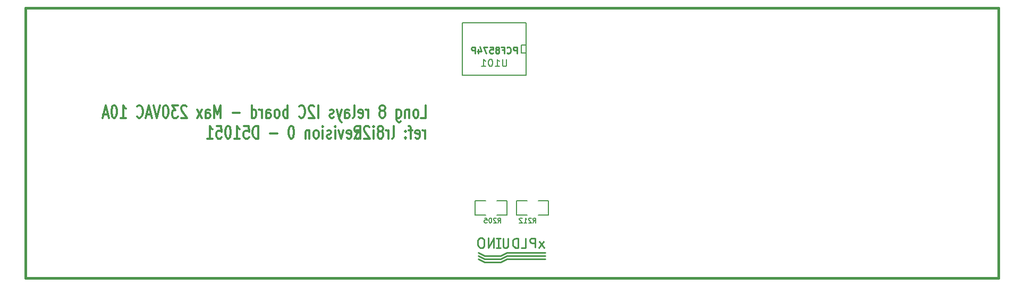
<source format=gbo>
G04 (created by PCBNEW-RS274X (2012-01-19 BZR 3256)-stable) date 15/05/2012 08:43:50*
G01*
G70*
G90*
%MOIN*%
G04 Gerber Fmt 3.4, Leading zero omitted, Abs format*
%FSLAX34Y34*%
G04 APERTURE LIST*
%ADD10C,0.006000*%
%ADD11C,0.015000*%
%ADD12C,0.009900*%
%ADD13C,0.012000*%
%ADD14C,0.005000*%
%ADD15C,0.010000*%
%ADD16C,0.008000*%
G04 APERTURE END LIST*
G54D10*
G54D11*
X12980Y-08873D02*
X12980Y-08773D01*
X74005Y-08898D02*
X74005Y-08773D01*
G54D12*
X43796Y-11632D02*
X43796Y-11238D01*
X43646Y-11238D01*
X43609Y-11257D01*
X43590Y-11276D01*
X43571Y-11314D01*
X43571Y-11370D01*
X43590Y-11407D01*
X43609Y-11426D01*
X43646Y-11445D01*
X43796Y-11445D01*
X43177Y-11595D02*
X43196Y-11614D01*
X43252Y-11632D01*
X43290Y-11632D01*
X43346Y-11614D01*
X43383Y-11576D01*
X43402Y-11539D01*
X43421Y-11464D01*
X43421Y-11407D01*
X43402Y-11332D01*
X43383Y-11295D01*
X43346Y-11257D01*
X43290Y-11238D01*
X43252Y-11238D01*
X43196Y-11257D01*
X43177Y-11276D01*
X42877Y-11426D02*
X43008Y-11426D01*
X43008Y-11632D02*
X43008Y-11238D01*
X42821Y-11238D01*
X42614Y-11407D02*
X42651Y-11389D01*
X42670Y-11370D01*
X42689Y-11332D01*
X42689Y-11314D01*
X42670Y-11276D01*
X42651Y-11257D01*
X42614Y-11238D01*
X42539Y-11238D01*
X42501Y-11257D01*
X42483Y-11276D01*
X42464Y-11314D01*
X42464Y-11332D01*
X42483Y-11370D01*
X42501Y-11389D01*
X42539Y-11407D01*
X42614Y-11407D01*
X42651Y-11426D01*
X42670Y-11445D01*
X42689Y-11482D01*
X42689Y-11557D01*
X42670Y-11595D01*
X42651Y-11614D01*
X42614Y-11632D01*
X42539Y-11632D01*
X42501Y-11614D01*
X42483Y-11595D01*
X42464Y-11557D01*
X42464Y-11482D01*
X42483Y-11445D01*
X42501Y-11426D01*
X42539Y-11407D01*
X42108Y-11238D02*
X42295Y-11238D01*
X42314Y-11426D01*
X42295Y-11407D01*
X42258Y-11389D01*
X42164Y-11389D01*
X42126Y-11407D01*
X42108Y-11426D01*
X42089Y-11464D01*
X42089Y-11557D01*
X42108Y-11595D01*
X42126Y-11614D01*
X42164Y-11632D01*
X42258Y-11632D01*
X42295Y-11614D01*
X42314Y-11595D01*
X41958Y-11238D02*
X41695Y-11238D01*
X41864Y-11632D01*
X41376Y-11370D02*
X41376Y-11632D01*
X41470Y-11220D02*
X41564Y-11501D01*
X41320Y-11501D01*
X41170Y-11632D02*
X41170Y-11238D01*
X41020Y-11238D01*
X40983Y-11257D01*
X40964Y-11276D01*
X40945Y-11314D01*
X40945Y-11370D01*
X40964Y-11407D01*
X40983Y-11426D01*
X41020Y-11445D01*
X41170Y-11445D01*
G54D13*
X38036Y-16997D02*
X38036Y-16463D01*
X38036Y-16616D02*
X38008Y-16540D01*
X37979Y-16502D01*
X37922Y-16463D01*
X37865Y-16463D01*
X37437Y-16959D02*
X37494Y-16997D01*
X37608Y-16997D01*
X37665Y-16959D01*
X37694Y-16883D01*
X37694Y-16578D01*
X37665Y-16502D01*
X37608Y-16463D01*
X37494Y-16463D01*
X37437Y-16502D01*
X37408Y-16578D01*
X37408Y-16654D01*
X37694Y-16730D01*
X37237Y-16463D02*
X37008Y-16463D01*
X37151Y-16997D02*
X37151Y-16311D01*
X37123Y-16235D01*
X37065Y-16197D01*
X37008Y-16197D01*
X36808Y-16921D02*
X36780Y-16959D01*
X36808Y-16997D01*
X36837Y-16959D01*
X36808Y-16921D01*
X36808Y-16997D01*
X36808Y-16502D02*
X36780Y-16540D01*
X36808Y-16578D01*
X36837Y-16540D01*
X36808Y-16502D01*
X36808Y-16578D01*
X35979Y-16997D02*
X36037Y-16959D01*
X36065Y-16883D01*
X36065Y-16197D01*
X35751Y-16997D02*
X35751Y-16463D01*
X35751Y-16616D02*
X35723Y-16540D01*
X35694Y-16502D01*
X35637Y-16463D01*
X35580Y-16463D01*
X35294Y-16540D02*
X35352Y-16502D01*
X35380Y-16463D01*
X35409Y-16387D01*
X35409Y-16349D01*
X35380Y-16273D01*
X35352Y-16235D01*
X35294Y-16197D01*
X35180Y-16197D01*
X35123Y-16235D01*
X35094Y-16273D01*
X35066Y-16349D01*
X35066Y-16387D01*
X35094Y-16463D01*
X35123Y-16502D01*
X35180Y-16540D01*
X35294Y-16540D01*
X35352Y-16578D01*
X35380Y-16616D01*
X35409Y-16692D01*
X35409Y-16844D01*
X35380Y-16921D01*
X35352Y-16959D01*
X35294Y-16997D01*
X35180Y-16997D01*
X35123Y-16959D01*
X35094Y-16921D01*
X35066Y-16844D01*
X35066Y-16692D01*
X35094Y-16616D01*
X35123Y-16578D01*
X35180Y-16540D01*
X34809Y-16997D02*
X34809Y-16463D01*
X34809Y-16197D02*
X34838Y-16235D01*
X34809Y-16273D01*
X34781Y-16235D01*
X34809Y-16197D01*
X34809Y-16273D01*
X34552Y-16273D02*
X34523Y-16235D01*
X34466Y-16197D01*
X34323Y-16197D01*
X34266Y-16235D01*
X34237Y-16273D01*
X34209Y-16349D01*
X34209Y-16425D01*
X34237Y-16540D01*
X34580Y-16997D01*
X34209Y-16997D01*
X33695Y-16959D02*
X33752Y-16997D01*
X33866Y-16997D01*
X33924Y-16959D01*
X33952Y-16921D01*
X33981Y-16844D01*
X33981Y-16616D01*
X33952Y-16540D01*
X33924Y-16502D01*
X33866Y-16463D01*
X33752Y-16463D01*
X33695Y-16502D01*
X33621Y-16997D02*
X33821Y-16616D01*
X33964Y-16997D02*
X33964Y-16197D01*
X33736Y-16197D01*
X33678Y-16235D01*
X33650Y-16273D01*
X33621Y-16349D01*
X33621Y-16463D01*
X33650Y-16540D01*
X33678Y-16578D01*
X33736Y-16616D01*
X33964Y-16616D01*
X33136Y-16959D02*
X33193Y-16997D01*
X33307Y-16997D01*
X33364Y-16959D01*
X33393Y-16883D01*
X33393Y-16578D01*
X33364Y-16502D01*
X33307Y-16463D01*
X33193Y-16463D01*
X33136Y-16502D01*
X33107Y-16578D01*
X33107Y-16654D01*
X33393Y-16730D01*
X32907Y-16463D02*
X32764Y-16997D01*
X32622Y-16463D01*
X32393Y-16997D02*
X32393Y-16463D01*
X32393Y-16197D02*
X32422Y-16235D01*
X32393Y-16273D01*
X32365Y-16235D01*
X32393Y-16197D01*
X32393Y-16273D01*
X32136Y-16959D02*
X32079Y-16997D01*
X31964Y-16997D01*
X31907Y-16959D01*
X31879Y-16883D01*
X31879Y-16844D01*
X31907Y-16768D01*
X31964Y-16730D01*
X32050Y-16730D01*
X32107Y-16692D01*
X32136Y-16616D01*
X32136Y-16578D01*
X32107Y-16502D01*
X32050Y-16463D01*
X31964Y-16463D01*
X31907Y-16502D01*
X31621Y-16997D02*
X31621Y-16463D01*
X31621Y-16197D02*
X31650Y-16235D01*
X31621Y-16273D01*
X31593Y-16235D01*
X31621Y-16197D01*
X31621Y-16273D01*
X31249Y-16997D02*
X31307Y-16959D01*
X31335Y-16921D01*
X31364Y-16844D01*
X31364Y-16616D01*
X31335Y-16540D01*
X31307Y-16502D01*
X31249Y-16463D01*
X31164Y-16463D01*
X31107Y-16502D01*
X31078Y-16540D01*
X31049Y-16616D01*
X31049Y-16844D01*
X31078Y-16921D01*
X31107Y-16959D01*
X31164Y-16997D01*
X31249Y-16997D01*
X30792Y-16463D02*
X30792Y-16997D01*
X30792Y-16540D02*
X30764Y-16502D01*
X30706Y-16463D01*
X30621Y-16463D01*
X30564Y-16502D01*
X30535Y-16578D01*
X30535Y-16997D01*
X29678Y-16197D02*
X29621Y-16197D01*
X29564Y-16235D01*
X29535Y-16273D01*
X29506Y-16349D01*
X29478Y-16502D01*
X29478Y-16692D01*
X29506Y-16844D01*
X29535Y-16921D01*
X29564Y-16959D01*
X29621Y-16997D01*
X29678Y-16997D01*
X29735Y-16959D01*
X29764Y-16921D01*
X29792Y-16844D01*
X29821Y-16692D01*
X29821Y-16502D01*
X29792Y-16349D01*
X29764Y-16273D01*
X29735Y-16235D01*
X29678Y-16197D01*
X28764Y-16692D02*
X28307Y-16692D01*
X27564Y-16997D02*
X27564Y-16197D01*
X27421Y-16197D01*
X27336Y-16235D01*
X27278Y-16311D01*
X27250Y-16387D01*
X27221Y-16540D01*
X27221Y-16654D01*
X27250Y-16806D01*
X27278Y-16883D01*
X27336Y-16959D01*
X27421Y-16997D01*
X27564Y-16997D01*
X26678Y-16197D02*
X26964Y-16197D01*
X26993Y-16578D01*
X26964Y-16540D01*
X26907Y-16502D01*
X26764Y-16502D01*
X26707Y-16540D01*
X26678Y-16578D01*
X26650Y-16654D01*
X26650Y-16844D01*
X26678Y-16921D01*
X26707Y-16959D01*
X26764Y-16997D01*
X26907Y-16997D01*
X26964Y-16959D01*
X26993Y-16921D01*
X26079Y-16997D02*
X26422Y-16997D01*
X26250Y-16997D02*
X26250Y-16197D01*
X26307Y-16311D01*
X26365Y-16387D01*
X26422Y-16425D01*
X25708Y-16197D02*
X25651Y-16197D01*
X25594Y-16235D01*
X25565Y-16273D01*
X25536Y-16349D01*
X25508Y-16502D01*
X25508Y-16692D01*
X25536Y-16844D01*
X25565Y-16921D01*
X25594Y-16959D01*
X25651Y-16997D01*
X25708Y-16997D01*
X25765Y-16959D01*
X25794Y-16921D01*
X25822Y-16844D01*
X25851Y-16692D01*
X25851Y-16502D01*
X25822Y-16349D01*
X25794Y-16273D01*
X25765Y-16235D01*
X25708Y-16197D01*
X24965Y-16197D02*
X25251Y-16197D01*
X25280Y-16578D01*
X25251Y-16540D01*
X25194Y-16502D01*
X25051Y-16502D01*
X24994Y-16540D01*
X24965Y-16578D01*
X24937Y-16654D01*
X24937Y-16844D01*
X24965Y-16921D01*
X24994Y-16959D01*
X25051Y-16997D01*
X25194Y-16997D01*
X25251Y-16959D01*
X25280Y-16921D01*
X24366Y-16997D02*
X24709Y-16997D01*
X24537Y-16997D02*
X24537Y-16197D01*
X24594Y-16311D01*
X24652Y-16387D01*
X24709Y-16425D01*
X37792Y-15697D02*
X38078Y-15697D01*
X38078Y-14897D01*
X37506Y-15697D02*
X37564Y-15659D01*
X37592Y-15621D01*
X37621Y-15544D01*
X37621Y-15316D01*
X37592Y-15240D01*
X37564Y-15202D01*
X37506Y-15163D01*
X37421Y-15163D01*
X37364Y-15202D01*
X37335Y-15240D01*
X37306Y-15316D01*
X37306Y-15544D01*
X37335Y-15621D01*
X37364Y-15659D01*
X37421Y-15697D01*
X37506Y-15697D01*
X37049Y-15163D02*
X37049Y-15697D01*
X37049Y-15240D02*
X37021Y-15202D01*
X36963Y-15163D01*
X36878Y-15163D01*
X36821Y-15202D01*
X36792Y-15278D01*
X36792Y-15697D01*
X36249Y-15163D02*
X36249Y-15811D01*
X36278Y-15887D01*
X36306Y-15925D01*
X36363Y-15963D01*
X36449Y-15963D01*
X36506Y-15925D01*
X36249Y-15659D02*
X36306Y-15697D01*
X36420Y-15697D01*
X36478Y-15659D01*
X36506Y-15621D01*
X36535Y-15544D01*
X36535Y-15316D01*
X36506Y-15240D01*
X36478Y-15202D01*
X36420Y-15163D01*
X36306Y-15163D01*
X36249Y-15202D01*
X35420Y-15240D02*
X35478Y-15202D01*
X35506Y-15163D01*
X35535Y-15087D01*
X35535Y-15049D01*
X35506Y-14973D01*
X35478Y-14935D01*
X35420Y-14897D01*
X35306Y-14897D01*
X35249Y-14935D01*
X35220Y-14973D01*
X35192Y-15049D01*
X35192Y-15087D01*
X35220Y-15163D01*
X35249Y-15202D01*
X35306Y-15240D01*
X35420Y-15240D01*
X35478Y-15278D01*
X35506Y-15316D01*
X35535Y-15392D01*
X35535Y-15544D01*
X35506Y-15621D01*
X35478Y-15659D01*
X35420Y-15697D01*
X35306Y-15697D01*
X35249Y-15659D01*
X35220Y-15621D01*
X35192Y-15544D01*
X35192Y-15392D01*
X35220Y-15316D01*
X35249Y-15278D01*
X35306Y-15240D01*
X34478Y-15697D02*
X34478Y-15163D01*
X34478Y-15316D02*
X34450Y-15240D01*
X34421Y-15202D01*
X34364Y-15163D01*
X34307Y-15163D01*
X33879Y-15659D02*
X33936Y-15697D01*
X34050Y-15697D01*
X34107Y-15659D01*
X34136Y-15583D01*
X34136Y-15278D01*
X34107Y-15202D01*
X34050Y-15163D01*
X33936Y-15163D01*
X33879Y-15202D01*
X33850Y-15278D01*
X33850Y-15354D01*
X34136Y-15430D01*
X33507Y-15697D02*
X33565Y-15659D01*
X33593Y-15583D01*
X33593Y-14897D01*
X33022Y-15697D02*
X33022Y-15278D01*
X33051Y-15202D01*
X33108Y-15163D01*
X33222Y-15163D01*
X33279Y-15202D01*
X33022Y-15659D02*
X33079Y-15697D01*
X33222Y-15697D01*
X33279Y-15659D01*
X33308Y-15583D01*
X33308Y-15506D01*
X33279Y-15430D01*
X33222Y-15392D01*
X33079Y-15392D01*
X33022Y-15354D01*
X32793Y-15163D02*
X32650Y-15697D01*
X32508Y-15163D02*
X32650Y-15697D01*
X32708Y-15887D01*
X32736Y-15925D01*
X32793Y-15963D01*
X32308Y-15659D02*
X32251Y-15697D01*
X32136Y-15697D01*
X32079Y-15659D01*
X32051Y-15583D01*
X32051Y-15544D01*
X32079Y-15468D01*
X32136Y-15430D01*
X32222Y-15430D01*
X32279Y-15392D01*
X32308Y-15316D01*
X32308Y-15278D01*
X32279Y-15202D01*
X32222Y-15163D01*
X32136Y-15163D01*
X32079Y-15202D01*
X31336Y-15697D02*
X31336Y-14897D01*
X31079Y-14973D02*
X31050Y-14935D01*
X30993Y-14897D01*
X30850Y-14897D01*
X30793Y-14935D01*
X30764Y-14973D01*
X30736Y-15049D01*
X30736Y-15125D01*
X30764Y-15240D01*
X31107Y-15697D01*
X30736Y-15697D01*
X30136Y-15621D02*
X30165Y-15659D01*
X30251Y-15697D01*
X30308Y-15697D01*
X30393Y-15659D01*
X30451Y-15583D01*
X30479Y-15506D01*
X30508Y-15354D01*
X30508Y-15240D01*
X30479Y-15087D01*
X30451Y-15011D01*
X30393Y-14935D01*
X30308Y-14897D01*
X30251Y-14897D01*
X30165Y-14935D01*
X30136Y-14973D01*
X29422Y-15697D02*
X29422Y-14897D01*
X29422Y-15202D02*
X29365Y-15163D01*
X29251Y-15163D01*
X29194Y-15202D01*
X29165Y-15240D01*
X29136Y-15316D01*
X29136Y-15544D01*
X29165Y-15621D01*
X29194Y-15659D01*
X29251Y-15697D01*
X29365Y-15697D01*
X29422Y-15659D01*
X28793Y-15697D02*
X28851Y-15659D01*
X28879Y-15621D01*
X28908Y-15544D01*
X28908Y-15316D01*
X28879Y-15240D01*
X28851Y-15202D01*
X28793Y-15163D01*
X28708Y-15163D01*
X28651Y-15202D01*
X28622Y-15240D01*
X28593Y-15316D01*
X28593Y-15544D01*
X28622Y-15621D01*
X28651Y-15659D01*
X28708Y-15697D01*
X28793Y-15697D01*
X28079Y-15697D02*
X28079Y-15278D01*
X28108Y-15202D01*
X28165Y-15163D01*
X28279Y-15163D01*
X28336Y-15202D01*
X28079Y-15659D02*
X28136Y-15697D01*
X28279Y-15697D01*
X28336Y-15659D01*
X28365Y-15583D01*
X28365Y-15506D01*
X28336Y-15430D01*
X28279Y-15392D01*
X28136Y-15392D01*
X28079Y-15354D01*
X27793Y-15697D02*
X27793Y-15163D01*
X27793Y-15316D02*
X27765Y-15240D01*
X27736Y-15202D01*
X27679Y-15163D01*
X27622Y-15163D01*
X27165Y-15697D02*
X27165Y-14897D01*
X27165Y-15659D02*
X27222Y-15697D01*
X27336Y-15697D01*
X27394Y-15659D01*
X27422Y-15621D01*
X27451Y-15544D01*
X27451Y-15316D01*
X27422Y-15240D01*
X27394Y-15202D01*
X27336Y-15163D01*
X27222Y-15163D01*
X27165Y-15202D01*
X26422Y-15392D02*
X25965Y-15392D01*
X25222Y-15697D02*
X25222Y-14897D01*
X25022Y-15468D01*
X24822Y-14897D01*
X24822Y-15697D01*
X24279Y-15697D02*
X24279Y-15278D01*
X24308Y-15202D01*
X24365Y-15163D01*
X24479Y-15163D01*
X24536Y-15202D01*
X24279Y-15659D02*
X24336Y-15697D01*
X24479Y-15697D01*
X24536Y-15659D01*
X24565Y-15583D01*
X24565Y-15506D01*
X24536Y-15430D01*
X24479Y-15392D01*
X24336Y-15392D01*
X24279Y-15354D01*
X24050Y-15697D02*
X23736Y-15163D01*
X24050Y-15163D02*
X23736Y-15697D01*
X23079Y-14973D02*
X23050Y-14935D01*
X22993Y-14897D01*
X22850Y-14897D01*
X22793Y-14935D01*
X22764Y-14973D01*
X22736Y-15049D01*
X22736Y-15125D01*
X22764Y-15240D01*
X23107Y-15697D01*
X22736Y-15697D01*
X22536Y-14897D02*
X22165Y-14897D01*
X22365Y-15202D01*
X22279Y-15202D01*
X22222Y-15240D01*
X22193Y-15278D01*
X22165Y-15354D01*
X22165Y-15544D01*
X22193Y-15621D01*
X22222Y-15659D01*
X22279Y-15697D01*
X22451Y-15697D01*
X22508Y-15659D01*
X22536Y-15621D01*
X21794Y-14897D02*
X21737Y-14897D01*
X21680Y-14935D01*
X21651Y-14973D01*
X21622Y-15049D01*
X21594Y-15202D01*
X21594Y-15392D01*
X21622Y-15544D01*
X21651Y-15621D01*
X21680Y-15659D01*
X21737Y-15697D01*
X21794Y-15697D01*
X21851Y-15659D01*
X21880Y-15621D01*
X21908Y-15544D01*
X21937Y-15392D01*
X21937Y-15202D01*
X21908Y-15049D01*
X21880Y-14973D01*
X21851Y-14935D01*
X21794Y-14897D01*
X21423Y-14897D02*
X21223Y-15697D01*
X21023Y-14897D01*
X20852Y-15468D02*
X20566Y-15468D01*
X20909Y-15697D02*
X20709Y-14897D01*
X20509Y-15697D01*
X19966Y-15621D02*
X19995Y-15659D01*
X20081Y-15697D01*
X20138Y-15697D01*
X20223Y-15659D01*
X20281Y-15583D01*
X20309Y-15506D01*
X20338Y-15354D01*
X20338Y-15240D01*
X20309Y-15087D01*
X20281Y-15011D01*
X20223Y-14935D01*
X20138Y-14897D01*
X20081Y-14897D01*
X19995Y-14935D01*
X19966Y-14973D01*
X18938Y-15697D02*
X19281Y-15697D01*
X19109Y-15697D02*
X19109Y-14897D01*
X19166Y-15011D01*
X19224Y-15087D01*
X19281Y-15125D01*
X18567Y-14897D02*
X18510Y-14897D01*
X18453Y-14935D01*
X18424Y-14973D01*
X18395Y-15049D01*
X18367Y-15202D01*
X18367Y-15392D01*
X18395Y-15544D01*
X18424Y-15621D01*
X18453Y-15659D01*
X18510Y-15697D01*
X18567Y-15697D01*
X18624Y-15659D01*
X18653Y-15621D01*
X18681Y-15544D01*
X18710Y-15392D01*
X18710Y-15202D01*
X18681Y-15049D01*
X18653Y-14973D01*
X18624Y-14935D01*
X18567Y-14897D01*
X18139Y-15468D02*
X17853Y-15468D01*
X18196Y-15697D02*
X17996Y-14897D01*
X17796Y-15697D01*
G54D11*
X12980Y-08844D02*
X12980Y-25773D01*
X12980Y-25773D02*
X74003Y-25773D01*
X74004Y-08769D02*
X12980Y-08769D01*
X74004Y-25773D02*
X74004Y-08844D01*
G54D14*
X40380Y-13023D02*
X44380Y-13023D01*
X44380Y-13023D02*
X44380Y-09723D01*
X44380Y-09723D02*
X40380Y-09723D01*
X40380Y-09723D02*
X40380Y-13023D01*
X44380Y-11123D02*
X44080Y-11123D01*
X44080Y-11123D02*
X44080Y-11623D01*
X44080Y-11623D02*
X44380Y-11623D01*
X41180Y-21823D02*
X41180Y-20923D01*
X41180Y-20923D02*
X41830Y-20923D01*
X42530Y-21823D02*
X43180Y-21823D01*
X43180Y-21823D02*
X43180Y-20923D01*
X43180Y-20923D02*
X42530Y-20923D01*
X41830Y-21823D02*
X41180Y-21823D01*
X45780Y-20923D02*
X45780Y-21823D01*
X45780Y-21823D02*
X45130Y-21823D01*
X44430Y-20923D02*
X43780Y-20923D01*
X43780Y-20923D02*
X43780Y-21823D01*
X43780Y-21823D02*
X44430Y-21823D01*
X45130Y-20923D02*
X45780Y-20923D01*
G54D15*
X45580Y-24573D02*
X43180Y-24573D01*
X43180Y-24573D02*
X42780Y-24773D01*
X42780Y-24773D02*
X41780Y-24773D01*
X41780Y-24773D02*
X41380Y-24573D01*
X45580Y-24373D02*
X43180Y-24373D01*
X43180Y-24373D02*
X42780Y-24573D01*
X42780Y-24573D02*
X41780Y-24573D01*
X41780Y-24573D02*
X41380Y-24373D01*
X41780Y-24373D02*
X41380Y-24173D01*
X42780Y-24373D02*
X41780Y-24373D01*
X43180Y-24173D02*
X42780Y-24373D01*
X45580Y-24173D02*
X43180Y-24173D01*
X45580Y-24173D02*
X43180Y-24173D01*
X43180Y-24173D02*
X42780Y-24373D01*
X42780Y-24373D02*
X41780Y-24373D01*
X41780Y-24373D02*
X41380Y-24173D01*
X41780Y-24373D02*
X41380Y-24173D01*
X42780Y-24373D02*
X41780Y-24373D01*
X43180Y-24173D02*
X42780Y-24373D01*
X45580Y-24173D02*
X43180Y-24173D01*
X45580Y-24173D02*
X43180Y-24173D01*
X43180Y-24173D02*
X42780Y-24373D01*
X42780Y-24373D02*
X41780Y-24373D01*
X41780Y-24373D02*
X41380Y-24173D01*
X41780Y-24373D02*
X41380Y-24173D01*
X42780Y-24373D02*
X41780Y-24373D01*
X43180Y-24173D02*
X42780Y-24373D01*
X45580Y-24173D02*
X43180Y-24173D01*
X45580Y-24173D02*
X43180Y-24173D01*
X43180Y-24173D02*
X42780Y-24373D01*
X42780Y-24373D02*
X41780Y-24373D01*
X41780Y-24373D02*
X41380Y-24173D01*
X41780Y-24373D02*
X41380Y-24173D01*
X42780Y-24373D02*
X41780Y-24373D01*
X43180Y-24173D02*
X42780Y-24373D01*
X45580Y-24173D02*
X43180Y-24173D01*
X45580Y-24173D02*
X43180Y-24173D01*
X43180Y-24173D02*
X42780Y-24373D01*
X42780Y-24373D02*
X41780Y-24373D01*
X41780Y-24373D02*
X41380Y-24173D01*
X41505Y-23873D02*
X41405Y-23798D01*
X41730Y-23773D02*
X41630Y-23873D01*
X42555Y-23873D02*
X42505Y-23873D01*
X42780Y-23873D02*
X42530Y-23873D01*
X42780Y-23273D02*
X42505Y-23273D01*
X42630Y-23848D02*
X42630Y-23323D01*
X41755Y-23673D02*
X41730Y-23773D01*
X41630Y-23873D02*
X41505Y-23873D01*
X41355Y-23648D02*
X41380Y-23773D01*
X41755Y-23448D02*
X41730Y-23348D01*
X41730Y-23348D02*
X41655Y-23273D01*
X41655Y-23273D02*
X41605Y-23248D01*
X41605Y-23248D02*
X41505Y-23248D01*
X41505Y-23248D02*
X41455Y-23273D01*
X41455Y-23273D02*
X41405Y-23298D01*
X41405Y-23298D02*
X41380Y-23348D01*
X41380Y-23348D02*
X41355Y-23423D01*
X41355Y-23423D02*
X41355Y-23473D01*
X41355Y-23473D02*
X41355Y-23648D01*
X41755Y-23473D02*
X41755Y-23673D01*
X42355Y-23873D02*
X42355Y-23248D01*
X42355Y-23273D02*
X42005Y-23873D01*
X42005Y-23873D02*
X42005Y-23248D01*
X43255Y-23273D02*
X43255Y-23748D01*
X43255Y-23748D02*
X43230Y-23798D01*
X43230Y-23798D02*
X43205Y-23823D01*
X43205Y-23823D02*
X43180Y-23848D01*
X43180Y-23848D02*
X43130Y-23873D01*
X43130Y-23873D02*
X43080Y-23873D01*
X43080Y-23873D02*
X43030Y-23873D01*
X43030Y-23873D02*
X42980Y-23848D01*
X42980Y-23848D02*
X42955Y-23823D01*
X42955Y-23823D02*
X42930Y-23798D01*
X42930Y-23798D02*
X42930Y-23748D01*
X42930Y-23748D02*
X42930Y-23273D01*
X43855Y-23273D02*
X43730Y-23273D01*
X43730Y-23273D02*
X43630Y-23298D01*
X43630Y-23298D02*
X43580Y-23348D01*
X43580Y-23348D02*
X43555Y-23423D01*
X43555Y-23423D02*
X43530Y-23523D01*
X43530Y-23523D02*
X43530Y-23598D01*
X43530Y-23598D02*
X43530Y-23648D01*
X43530Y-23648D02*
X43555Y-23723D01*
X43555Y-23723D02*
X43580Y-23773D01*
X43580Y-23773D02*
X43630Y-23823D01*
X43630Y-23823D02*
X43705Y-23873D01*
X43705Y-23873D02*
X43755Y-23873D01*
X43755Y-23873D02*
X43880Y-23873D01*
X43880Y-23873D02*
X43880Y-23273D01*
X44355Y-23273D02*
X44355Y-23873D01*
X44355Y-23873D02*
X44080Y-23873D01*
X44955Y-23273D02*
X44930Y-23273D01*
X44930Y-23273D02*
X44705Y-23273D01*
X44705Y-23273D02*
X44655Y-23298D01*
X44655Y-23298D02*
X44630Y-23323D01*
X44630Y-23323D02*
X44605Y-23373D01*
X44605Y-23373D02*
X44605Y-23423D01*
X44605Y-23423D02*
X44605Y-23473D01*
X44605Y-23473D02*
X44630Y-23523D01*
X44630Y-23523D02*
X44680Y-23548D01*
X44680Y-23548D02*
X44730Y-23573D01*
X44730Y-23573D02*
X44955Y-23573D01*
X44955Y-23848D02*
X44955Y-23273D01*
X45480Y-23473D02*
X45180Y-23873D01*
X45505Y-23873D02*
X45205Y-23473D01*
G54D16*
X43152Y-12005D02*
X43152Y-12369D01*
X43130Y-12412D01*
X43109Y-12434D01*
X43066Y-12455D01*
X42980Y-12455D01*
X42938Y-12434D01*
X42916Y-12412D01*
X42895Y-12369D01*
X42895Y-12005D01*
X42445Y-12455D02*
X42702Y-12455D01*
X42574Y-12455D02*
X42574Y-12005D01*
X42617Y-12069D01*
X42659Y-12112D01*
X42702Y-12134D01*
X42166Y-12005D02*
X42123Y-12005D01*
X42080Y-12027D01*
X42059Y-12048D01*
X42038Y-12091D01*
X42016Y-12177D01*
X42016Y-12284D01*
X42038Y-12369D01*
X42059Y-12412D01*
X42080Y-12434D01*
X42123Y-12455D01*
X42166Y-12455D01*
X42209Y-12434D01*
X42230Y-12412D01*
X42252Y-12369D01*
X42273Y-12284D01*
X42273Y-12177D01*
X42252Y-12091D01*
X42230Y-12048D01*
X42209Y-12027D01*
X42166Y-12005D01*
X41587Y-12455D02*
X41844Y-12455D01*
X41716Y-12455D02*
X41716Y-12005D01*
X41759Y-12069D01*
X41801Y-12112D01*
X41844Y-12134D01*
G54D14*
X42616Y-22294D02*
X42716Y-22152D01*
X42788Y-22294D02*
X42788Y-21994D01*
X42673Y-21994D01*
X42645Y-22009D01*
X42630Y-22023D01*
X42616Y-22052D01*
X42616Y-22094D01*
X42630Y-22123D01*
X42645Y-22137D01*
X42673Y-22152D01*
X42788Y-22152D01*
X42502Y-22023D02*
X42488Y-22009D01*
X42459Y-21994D01*
X42388Y-21994D01*
X42359Y-22009D01*
X42345Y-22023D01*
X42330Y-22052D01*
X42330Y-22080D01*
X42345Y-22123D01*
X42516Y-22294D01*
X42330Y-22294D01*
X42144Y-21994D02*
X42116Y-21994D01*
X42087Y-22009D01*
X42073Y-22023D01*
X42059Y-22052D01*
X42044Y-22109D01*
X42044Y-22180D01*
X42059Y-22237D01*
X42073Y-22266D01*
X42087Y-22280D01*
X42116Y-22294D01*
X42144Y-22294D01*
X42173Y-22280D01*
X42187Y-22266D01*
X42202Y-22237D01*
X42216Y-22180D01*
X42216Y-22109D01*
X42202Y-22052D01*
X42187Y-22023D01*
X42173Y-22009D01*
X42144Y-21994D01*
X41773Y-21994D02*
X41916Y-21994D01*
X41930Y-22137D01*
X41916Y-22123D01*
X41887Y-22109D01*
X41816Y-22109D01*
X41787Y-22123D01*
X41773Y-22137D01*
X41758Y-22166D01*
X41758Y-22237D01*
X41773Y-22266D01*
X41787Y-22280D01*
X41816Y-22294D01*
X41887Y-22294D01*
X41916Y-22280D01*
X41930Y-22266D01*
X44816Y-22294D02*
X44916Y-22152D01*
X44988Y-22294D02*
X44988Y-21994D01*
X44873Y-21994D01*
X44845Y-22009D01*
X44830Y-22023D01*
X44816Y-22052D01*
X44816Y-22094D01*
X44830Y-22123D01*
X44845Y-22137D01*
X44873Y-22152D01*
X44988Y-22152D01*
X44702Y-22023D02*
X44688Y-22009D01*
X44659Y-21994D01*
X44588Y-21994D01*
X44559Y-22009D01*
X44545Y-22023D01*
X44530Y-22052D01*
X44530Y-22080D01*
X44545Y-22123D01*
X44716Y-22294D01*
X44530Y-22294D01*
X44244Y-22294D02*
X44416Y-22294D01*
X44330Y-22294D02*
X44330Y-21994D01*
X44359Y-22037D01*
X44387Y-22066D01*
X44416Y-22080D01*
X44130Y-22023D02*
X44116Y-22009D01*
X44087Y-21994D01*
X44016Y-21994D01*
X43987Y-22009D01*
X43973Y-22023D01*
X43958Y-22052D01*
X43958Y-22080D01*
X43973Y-22123D01*
X44144Y-22294D01*
X43958Y-22294D01*
M02*

</source>
